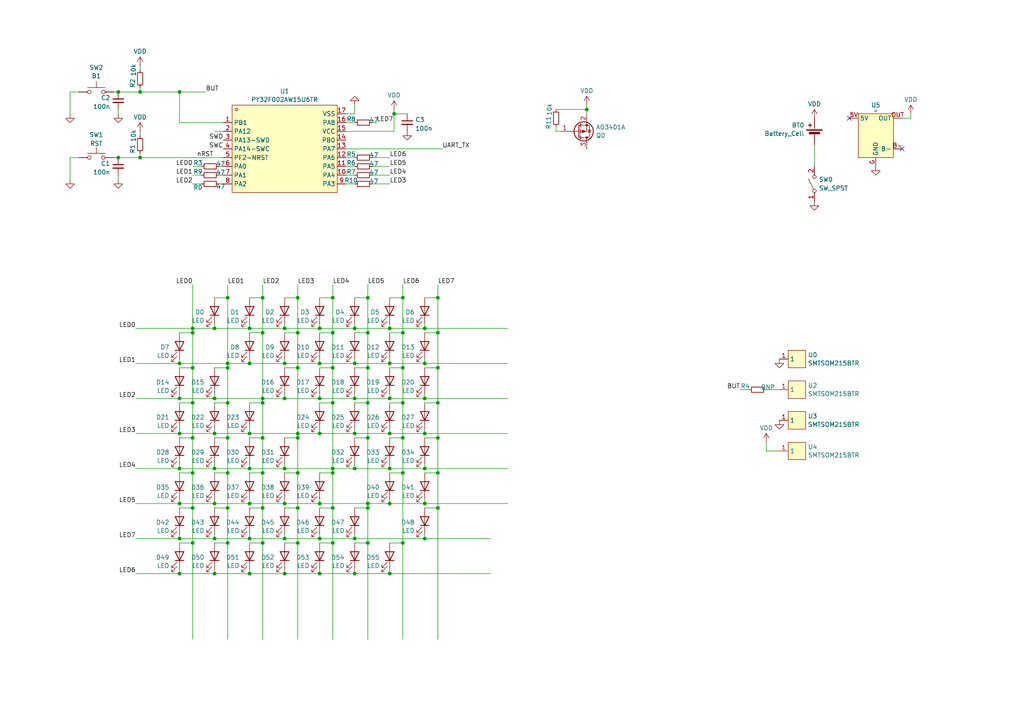
<source format=kicad_sch>
(kicad_sch (version 20231120) (generator "eeschema") (generator_version "8.0")
  (paper "A4")
  (junction (at 55.88 106.68))
  (junction (at 106.68 157.48))
  (junction (at 113.03 105.41))
  (junction (at 123.19 156.21))
  (junction (at 52.07 105.41))
  (junction (at 123.19 125.73))
  (junction (at 66.04 105.41))
  (junction (at 76.2 115.57))
  (junction (at 113.03 95.25))
  (junction (at 40.64 26.67))
  (junction (at 62.23 115.57))
  (junction (at 82.55 146.05))
  (junction (at 62.23 135.89))
  (junction (at 96.52 135.89))
  (junction (at 116.84 96.52))
  (junction (at 113.03 115.57))
  (junction (at 113.03 146.05))
  (junction (at 66.04 157.48))
  (junction (at 86.36 137.16))
  (junction (at 127 106.68))
  (junction (at 82.55 115.57))
  (junction (at 102.87 166.37))
  (junction (at 92.71 95.25))
  (junction (at 72.39 105.41))
  (junction (at 76.2 157.48))
  (junction (at 113.03 166.37))
  (junction (at 116.84 127))
  (junction (at 92.71 105.41))
  (junction (at 52.07 146.05))
  (junction (at 106.68 86.36))
  (junction (at 113.03 135.89))
  (junction (at 72.39 125.73))
  (junction (at 106.68 96.52))
  (junction (at 114.3 33.02))
  (junction (at 76.2 116.84))
  (junction (at 113.03 125.73))
  (junction (at 96.52 86.36))
  (junction (at 116.84 116.84))
  (junction (at 66.04 106.68))
  (junction (at 62.23 95.25))
  (junction (at 52.07 125.73))
  (junction (at 52.07 26.67))
  (junction (at 55.88 147.32))
  (junction (at 96.52 147.32))
  (junction (at 123.19 115.57))
  (junction (at 34.29 45.72))
  (junction (at 34.29 26.67))
  (junction (at 82.55 135.89))
  (junction (at 62.23 146.05))
  (junction (at 116.84 106.68))
  (junction (at 72.39 166.37))
  (junction (at 86.36 147.32))
  (junction (at 102.87 135.89))
  (junction (at 102.87 95.25))
  (junction (at 127 137.16))
  (junction (at 82.55 105.41))
  (junction (at 123.19 135.89))
  (junction (at 96.52 106.68))
  (junction (at 106.68 106.68))
  (junction (at 96.52 116.84))
  (junction (at 82.55 166.37))
  (junction (at 86.36 157.48))
  (junction (at 86.36 106.68))
  (junction (at 66.04 147.32))
  (junction (at 116.84 137.16))
  (junction (at 86.36 96.52))
  (junction (at 55.88 95.25))
  (junction (at 55.88 137.16))
  (junction (at 106.68 146.05))
  (junction (at 127 127))
  (junction (at 66.04 137.16))
  (junction (at 76.2 147.32))
  (junction (at 82.55 156.21))
  (junction (at 127 86.36))
  (junction (at 102.87 125.73))
  (junction (at 82.55 95.25))
  (junction (at 106.68 147.32))
  (junction (at 52.07 115.57))
  (junction (at 66.04 116.84))
  (junction (at 106.68 116.84))
  (junction (at 72.39 135.89))
  (junction (at 66.04 127))
  (junction (at 92.71 146.05))
  (junction (at 92.71 166.37))
  (junction (at 92.71 125.73))
  (junction (at 96.52 96.52))
  (junction (at 66.04 86.36))
  (junction (at 102.87 115.57))
  (junction (at 96.52 157.48))
  (junction (at 55.88 116.84))
  (junction (at 72.39 95.25))
  (junction (at 123.19 105.41))
  (junction (at 102.87 156.21))
  (junction (at 86.36 86.36))
  (junction (at 62.23 125.73))
  (junction (at 127 147.32))
  (junction (at 102.87 105.41))
  (junction (at 62.23 156.21))
  (junction (at 127 116.84))
  (junction (at 72.39 156.21))
  (junction (at 86.36 125.73))
  (junction (at 76.2 86.36))
  (junction (at 123.19 95.25))
  (junction (at 62.23 166.37))
  (junction (at 76.2 137.16))
  (junction (at 170.18 31.75))
  (junction (at 76.2 96.52))
  (junction (at 55.88 127))
  (junction (at 96.52 137.16))
  (junction (at 116.84 157.48))
  (junction (at 86.36 127))
  (junction (at 55.88 96.52))
  (junction (at 72.39 146.05))
  (junction (at 52.07 166.37))
  (junction (at 127 96.52))
  (junction (at 92.71 115.57))
  (junction (at 52.07 135.89))
  (junction (at 123.19 146.05))
  (junction (at 52.07 156.21))
  (junction (at 116.84 86.36))
  (junction (at 106.68 127))
  (junction (at 40.64 45.72))
  (junction (at 76.2 127))
  (junction (at 92.71 156.21))
  (junction (at 55.88 157.48))
  (no_connect (at 261.62 43.18))
  (no_connect (at 246.38 34.29))
  (wire (pts (xy 106.68 106.68) (xy 102.87 106.68)))
  (wire (pts (xy 107.95 53.34) (xy 113.03 53.34)))
  (wire (pts (xy 86.36 106.68) (xy 86.36 96.52)))
  (wire (pts (xy 123.19 114.3) (xy 123.19 115.57)))
  (wire (pts (xy 40.64 19.05) (xy 40.64 20.32)))
  (wire (pts (xy 62.23 115.57) (xy 52.07 115.57)))
  (wire (pts (xy 55.88 53.34) (xy 58.42 53.34)))
  (wire (pts (xy 127 147.32) (xy 127 185.42)))
  (wire (pts (xy 116.84 82.55) (xy 116.84 86.36)))
  (wire (pts (xy 72.39 95.25) (xy 62.23 95.25)))
  (wire (pts (xy 52.07 114.3) (xy 52.07 115.57)))
  (wire (pts (xy 86.36 106.68) (xy 82.55 106.68)))
  (wire (pts (xy 86.36 157.48) (xy 82.55 157.48)))
  (wire (pts (xy 72.39 134.62) (xy 72.39 135.89)))
  (wire (pts (xy 82.55 93.98) (xy 82.55 95.25)))
  (wire (pts (xy 113.03 144.78) (xy 113.03 146.05)))
  (wire (pts (xy 55.88 82.55) (xy 55.88 95.25)))
  (wire (pts (xy 96.52 157.48) (xy 96.52 185.42)))
  (wire (pts (xy 127 82.55) (xy 127 86.36)))
  (wire (pts (xy 92.71 115.57) (xy 82.55 115.57)))
  (wire (pts (xy 92.71 93.98) (xy 92.71 95.25)))
  (wire (pts (xy 106.68 157.48) (xy 102.87 157.48)))
  (wire (pts (xy 222.25 128.27) (xy 222.25 130.81)))
  (wire (pts (xy 86.36 106.68) (xy 86.36 125.73)))
  (wire (pts (xy 264.16 34.29) (xy 261.62 34.29)))
  (wire (pts (xy 66.04 137.16) (xy 66.04 147.32)))
  (wire (pts (xy 149.86 -15.24) (xy 148.59 -15.24)))
  (wire (pts (xy 106.68 86.36) (xy 106.68 96.52)))
  (wire (pts (xy 127 127) (xy 127 137.16)))
  (wire (pts (xy 52.07 104.14) (xy 52.07 105.41)))
  (wire (pts (xy 33.02 26.67) (xy 34.29 26.67)))
  (wire (pts (xy 62.23 124.46) (xy 62.23 125.73)))
  (wire (pts (xy 66.04 86.36) (xy 62.23 86.36)))
  (wire (pts (xy 52.07 26.67) (xy 59.69 26.67)))
  (wire (pts (xy 63.5 53.34) (xy 64.77 53.34)))
  (wire (pts (xy 82.55 165.1) (xy 82.55 166.37)))
  (wire (pts (xy 72.39 154.94) (xy 72.39 156.21)))
  (wire (pts (xy 92.71 124.46) (xy 92.71 125.73)))
  (wire (pts (xy 55.88 157.48) (xy 55.88 185.42)))
  (wire (pts (xy 102.87 105.41) (xy 92.71 105.41)))
  (wire (pts (xy 116.84 157.48) (xy 116.84 185.42)))
  (wire (pts (xy 264.16 33.02) (xy 264.16 34.29)))
  (wire (pts (xy 66.04 116.84) (xy 62.23 116.84)))
  (wire (pts (xy 127 137.16) (xy 123.19 137.16)))
  (wire (pts (xy 113.03 125.73) (xy 123.19 125.73)))
  (wire (pts (xy 102.87 115.57) (xy 92.71 115.57)))
  (wire (pts (xy 96.52 116.84) (xy 96.52 135.89)))
  (wire (pts (xy 96.52 157.48) (xy 92.71 157.48)))
  (wire (pts (xy 76.2 147.32) (xy 76.2 157.48)))
  (wire (pts (xy 96.52 135.89) (xy 82.55 135.89)))
  (wire (pts (xy 86.36 137.16) (xy 86.36 127)))
  (wire (pts (xy 55.88 127) (xy 52.07 127)))
  (wire (pts (xy 116.84 137.16) (xy 113.03 137.16)))
  (wire (pts (xy 82.55 154.94) (xy 82.55 156.21)))
  (wire (pts (xy 109.22 35.56) (xy 107.95 35.56)))
  (wire (pts (xy 100.33 53.34) (xy 102.87 53.34)))
  (wire (pts (xy 92.71 125.73) (xy 86.36 125.73)))
  (wire (pts (xy 52.07 134.62) (xy 52.07 135.89)))
  (wire (pts (xy 20.32 26.67) (xy 22.86 26.67)))
  (wire (pts (xy 116.84 137.16) (xy 116.84 157.48)))
  (wire (pts (xy 82.55 114.3) (xy 82.55 115.57)))
  (wire (pts (xy 86.36 137.16) (xy 82.55 137.16)))
  (wire (pts (xy 127 147.32) (xy 123.19 147.32)))
  (wire (pts (xy 96.52 147.32) (xy 92.71 147.32)))
  (wire (pts (xy 72.39 166.37) (xy 82.55 166.37)))
  (wire (pts (xy 123.19 146.05) (xy 147.32 146.05)))
  (wire (pts (xy 127 116.84) (xy 127 127)))
  (wire (pts (xy 102.87 48.26) (xy 100.33 48.26)))
  (wire (pts (xy 102.87 166.37) (xy 113.03 166.37)))
  (wire (pts (xy 116.84 127) (xy 113.03 127)))
  (wire (pts (xy 52.07 166.37) (xy 62.23 166.37)))
  (wire (pts (xy 52.07 125.73) (xy 39.37 125.73)))
  (wire (pts (xy 116.84 106.68) (xy 116.84 116.84)))
  (wire (pts (xy 113.03 105.41) (xy 123.19 105.41)))
  (wire (pts (xy 92.71 146.05) (xy 82.55 146.05)))
  (wire (pts (xy 62.23 134.62) (xy 62.23 135.89)))
  (wire (pts (xy 34.29 33.02) (xy 34.29 31.75)))
  (wire (pts (xy 123.19 93.98) (xy 123.19 95.25)))
  (wire (pts (xy 106.68 146.05) (xy 92.71 146.05)))
  (wire (pts (xy 102.87 95.25) (xy 92.71 95.25)))
  (wire (pts (xy 63.5 48.26) (xy 64.77 48.26)))
  (wire (pts (xy 96.52 86.36) (xy 96.52 82.55)))
  (wire (pts (xy 96.52 96.52) (xy 96.52 86.36)))
  (wire (pts (xy 55.88 116.84) (xy 52.07 116.84)))
  (wire (pts (xy 55.88 95.25) (xy 39.37 95.25)))
  (wire (pts (xy 113.03 124.46) (xy 113.03 125.73)))
  (wire (pts (xy 86.36 125.73) (xy 72.39 125.73)))
  (wire (pts (xy 127 86.36) (xy 127 96.52)))
  (wire (pts (xy 55.88 96.52) (xy 52.07 96.52)))
  (wire (pts (xy 92.71 154.94) (xy 92.71 156.21)))
  (wire (pts (xy 106.68 157.48) (xy 106.68 185.42)))
  (wire (pts (xy 102.87 104.14) (xy 102.87 105.41)))
  (wire (pts (xy 92.71 95.25) (xy 82.55 95.25)))
  (wire (pts (xy 72.39 93.98) (xy 72.39 95.25)))
  (wire (pts (xy 82.55 135.89) (xy 72.39 135.89)))
  (wire (pts (xy 82.55 105.41) (xy 72.39 105.41)))
  (wire (pts (xy 52.07 135.89) (xy 39.37 135.89)))
  (wire (pts (xy 55.88 96.52) (xy 55.88 95.25)))
  (wire (pts (xy 86.36 96.52) (xy 86.36 86.36)))
  (wire (pts (xy 113.03 135.89) (xy 123.19 135.89)))
  (wire (pts (xy 86.36 157.48) (xy 86.36 185.42)))
  (wire (pts (xy 55.88 127) (xy 55.88 116.84)))
  (wire (pts (xy 66.04 86.36) (xy 66.04 105.41)))
  (wire (pts (xy 52.07 35.56) (xy 64.77 35.56)))
  (wire (pts (xy 86.36 127) (xy 82.55 127)))
  (wire (pts (xy 102.87 95.25) (xy 113.03 95.25)))
  (wire (pts (xy 92.71 165.1) (xy 92.71 166.37)))
  (wire (pts (xy 106.68 86.36) (xy 106.68 82.55)))
  (wire (pts (xy 52.07 144.78) (xy 52.07 146.05)))
  (wire (pts (xy 123.19 154.94) (xy 123.19 156.21)))
  (wire (pts (xy 92.71 144.78) (xy 92.71 146.05)))
  (wire (pts (xy 92.71 114.3) (xy 92.71 115.57)))
  (wire (pts (xy 123.19 144.78) (xy 123.19 146.05)))
  (wire (pts (xy 123.19 115.57) (xy 147.32 115.57)))
  (wire (pts (xy 82.55 146.05) (xy 72.39 146.05)))
  (wire (pts (xy 86.36 137.16) (xy 86.36 147.32)))
  (wire (pts (xy 102.87 124.46) (xy 102.87 125.73)))
  (wire (pts (xy 52.07 105.41) (xy 39.37 105.41)))
  (wire (pts (xy 72.39 125.73) (xy 62.23 125.73)))
  (wire (pts (xy 116.84 116.84) (xy 113.03 116.84)))
  (wire (pts (xy 127 106.68) (xy 123.19 106.68)))
  (wire (pts (xy 170.18 31.75) (xy 170.18 33.02)))
  (wire (pts (xy 96.52 96.52) (xy 92.71 96.52)))
  (wire (pts (xy 113.03 104.14) (xy 113.03 105.41)))
  (wire (pts (xy 52.07 115.57) (xy 39.37 115.57)))
  (wire (pts (xy 66.04 106.68) (xy 62.23 106.68)))
  (wire (pts (xy 76.2 96.52) (xy 72.39 96.52)))
  (wire (pts (xy 20.32 45.72) (xy 22.86 45.72)))
  (wire (pts (xy 222.25 130.81) (xy 226.06 130.81)))
  (wire (pts (xy 40.64 44.45) (xy 40.64 45.72)))
  (wire (pts (xy 33.02 45.72) (xy 34.29 45.72)))
  (wire (pts (xy 72.39 104.14) (xy 72.39 105.41)))
  (wire (pts (xy 72.39 124.46) (xy 72.39 125.73)))
  (wire (pts (xy 96.52 137.16) (xy 92.71 137.16)))
  (wire (pts (xy 66.04 147.32) (xy 66.04 157.48)))
  (wire (pts (xy 127 96.52) (xy 123.19 96.52)))
  (wire (pts (xy 123.19 95.25) (xy 147.32 95.25)))
  (wire (pts (xy 102.87 135.89) (xy 113.03 135.89)))
  (wire (pts (xy 113.03 114.3) (xy 113.03 115.57)))
  (wire (pts (xy 123.19 134.62) (xy 123.19 135.89)))
  (wire (pts (xy 63.5 50.8) (xy 64.77 50.8)))
  (wire (pts (xy 52.07 165.1) (xy 52.07 166.37)))
  (wire (pts (xy 106.68 106.68) (xy 106.68 116.84)))
  (wire (pts (xy 76.2 137.16) (xy 72.39 137.16)))
  (wire (pts (xy 72.39 135.89) (xy 62.23 135.89)))
  (wire (pts (xy 76.2 96.52) (xy 76.2 86.36)))
  (wire (pts (xy 55.88 116.84) (xy 55.88 106.68)))
  (wire (pts (xy 52.07 154.94) (xy 52.07 156.21)))
  (wire (pts (xy 86.36 86.36) (xy 82.55 86.36)))
  (wire (pts (xy 55.88 137.16) (xy 52.07 137.16)))
  (wire (pts (xy 148.59 -10.16) (xy 149.86 -10.16)))
  (wire (pts (xy 82.55 144.78) (xy 82.55 146.05)))
  (wire (pts (xy 114.3 33.02) (xy 118.11 33.02)))
  (wire (pts (xy 55.88 147.32) (xy 52.07 147.32)))
  (wire (pts (xy 39.37 156.21) (xy 52.07 156.21)))
  (wire (pts (xy 86.36 147.32) (xy 82.55 147.32)))
  (wire (pts (xy 96.52 147.32) (xy 96.52 157.48)))
  (wire (pts (xy 52.07 146.05) (xy 39.37 146.05)))
  (wire (pts (xy 40.64 38.1) (xy 40.64 39.37)))
  (wire (pts (xy 76.2 127) (xy 72.39 127)))
  (wire (pts (xy 40.64 25.4) (xy 40.64 26.67)))
  (wire (pts (xy 82.55 115.57) (xy 76.2 115.57)))
  (wire (pts (xy 66.04 127) (xy 62.23 127)))
  (wire (pts (xy 100.33 43.18) (xy 128.27 43.18)))
  (wire (pts (xy 82.55 156.21) (xy 92.71 156.21)))
  (wire (pts (xy 82.55 95.25) (xy 72.39 95.25)))
  (wire (pts (xy 66.04 157.48) (xy 66.04 185.42)))
  (wire (pts (xy 127 86.36) (xy 123.19 86.36)))
  (wire (pts (xy 102.87 125.73) (xy 113.03 125.73)))
  (wire (pts (xy 102.87 30.48) (xy 102.87 33.02)))
  (wire (pts (xy 40.64 26.67) (xy 52.07 26.67)))
  (wire (pts (xy 113.03 95.25) (xy 123.19 95.25)))
  (wire (pts (xy 149.86 -10.16) (xy 149.86 -8.89)))
  (wire (pts (xy 55.88 48.26) (xy 58.42 48.26)))
  (wire (pts (xy 106.68 146.05) (xy 113.03 146.05)))
  (wire (pts (xy 82.55 104.14) (xy 82.55 105.41)))
  (wire (pts (xy 116.84 116.84) (xy 116.84 127)))
  (wire (pts (xy 127 137.16) (xy 127 147.32)))
  (wire (pts (xy 113.03 146.05) (xy 123.19 146.05)))
  (wire (pts (xy 76.2 137.16) (xy 76.2 127)))
  (wire (pts (xy 76.2 127) (xy 76.2 116.84)))
  (wire (pts (xy 62.23 95.25) (xy 55.88 95.25)))
  (wire (pts (xy 55.88 137.16) (xy 55.88 147.32)))
  (wire (pts (xy 62.23 154.94) (xy 62.23 156.21)))
  (wire (pts (xy 106.68 147.32) (xy 102.87 147.32)))
  (wire (pts (xy 113.03 93.98) (xy 113.03 95.25)))
  (wire (pts (xy 113.03 134.62) (xy 113.03 135.89)))
  (wire (pts (xy 62.23 93.98) (xy 62.23 95.25)))
  (wire (pts (xy 123.19 104.14) (xy 123.19 105.41)))
  (wire (pts (xy 20.32 33.02) (xy 20.32 26.67)))
  (wire (pts (xy 102.87 114.3) (xy 102.87 115.57)))
  (wire (pts (xy 66.04 127) (xy 66.04 137.16)))
  (wire (pts (xy 96.52 106.68) (xy 96.52 96.52)))
  (wire (pts (xy 106.68 96.52) (xy 106.68 106.68)))
  (wire (pts (xy 76.2 86.36) (xy 76.2 82.55)))
  (wire (pts (xy 66.04 106.68) (xy 66.04 105.41)))
  (wire (pts (xy 106.68 127) (xy 102.87 127)))
  (wire (pts (xy 62.23 125.73) (xy 52.07 125.73)))
  (wire (pts (xy 127 127) (xy 123.19 127)))
  (wire (pts (xy 76.2 96.52) (xy 76.2 115.57)))
  (wire (pts (xy 76.2 157.48) (xy 76.2 185.42)))
  (wire (pts (xy 149.86 -20.32) (xy 148.59 -20.32)))
  (wire (pts (xy 170.18 30.48) (xy 170.18 31.75)))
  (wire (pts (xy 55.88 106.68) (xy 52.07 106.68)))
  (wire (pts (xy 102.87 93.98) (xy 102.87 95.25)))
  (wire (pts (xy 39.37 166.37) (xy 52.07 166.37)))
  (wire (pts (xy 76.2 116.84) (xy 72.39 116.84)))
  (wire (pts (xy 106.68 116.84) (xy 106.68 127)))
  (wire (pts (xy 102.87 45.72) (xy 100.33 45.72)))
  (wire (pts (xy 161.29 31.75) (xy 170.18 31.75)))
  (wire (pts (xy 162.56 38.1) (xy 161.29 38.1)))
  (wire (pts (xy 66.04 157.48) (xy 62.23 157.48)))
  (wire (pts (xy 161.29 38.1) (xy 161.29 36.83)))
  (wire (pts (xy 123.19 124.46) (xy 123.19 125.73)))
  (wire (pts (xy 82.55 134.62) (xy 82.55 135.89)))
  (wire (pts (xy 72.39 146.05) (xy 62.23 146.05)))
  (wire (pts (xy 62.23 135.89) (xy 52.07 135.89)))
  (wire (pts (xy 20.32 52.07) (xy 20.32 45.72)))
  (wire (pts (xy 123.19 125.73) (xy 147.32 125.73)))
  (wire (pts (xy 102.87 135.89) (xy 96.52 135.89)))
  (wire (pts (xy 113.03 50.8) (xy 107.95 50.8)))
  (wire (pts (xy 96.52 116.84) (xy 96.52 106.68)))
  (wire (pts (xy 102.87 125.73) (xy 92.71 125.73)))
  (wire (pts (xy 102.87 33.02) (xy 100.33 33.02)))
  (wire (pts (xy 72.39 144.78) (xy 72.39 146.05)))
  (wire (pts (xy 86.36 86.36) (xy 86.36 82.55)))
  (wire (pts (xy 102.87 35.56) (xy 100.33 35.56)))
  (wire (pts (xy 55.88 106.68) (xy 55.88 96.52)))
  (wire (pts (xy 92.71 105.41) (xy 82.55 105.41)))
  (wire (pts (xy 34.29 52.07) (xy 34.29 50.8)))
  (wire (pts (xy 149.86 -17.78) (xy 148.59 -17.78)))
  (wire (pts (xy 102.87 165.1) (xy 102.87 166.37)))
  (wire (pts (xy 114.3 38.1) (xy 114.3 33.02)))
  (wire (pts (xy 100.33 38.1) (xy 114.3 38.1)))
  (wire (pts (xy 92.71 104.14) (xy 92.71 105.41)))
  (wire (pts (xy 106.68 86.36) (xy 102.87 86.36)))
  (wire (pts (xy 127 116.84) (xy 123.19 116.84)))
  (wire (pts (xy 116.84 106.68) (xy 113.03 106.68)))
  (wire (pts (xy 96.52 106.68) (xy 92.71 106.68)))
  (wire (pts (xy 123.19 105.41) (xy 147.32 105.41)))
  (wire (pts (xy 76.2 116.84) (xy 76.2 115.57)))
  (wire (pts (xy 62.23 165.1) (xy 62.23 166.37)))
  (wire (pts (xy 96.52 137.16) (xy 96.52 147.32)))
  (wire (pts (xy 40.64 45.72) (xy 64.77 45.72)))
  (wire (pts (xy 113.03 45.72) (xy 107.95 45.72)))
  (wire (pts (xy 113.03 115.57) (xy 123.19 115.57)))
  (wire (pts (xy 116.84 157.48) (xy 113.03 157.48)))
  (wire (pts (xy 66.04 147.32) (xy 62.23 147.32)))
  (wire (pts (xy 123.19 135.89) (xy 147.32 135.89)))
  (wire (pts (xy 127 106.68) (xy 127 116.84)))
  (wire (pts (xy 34.29 45.72) (xy 40.64 45.72)))
  (wire (pts (xy 72.39 156.21) (xy 82.55 156.21)))
  (wire (pts (xy 116.84 96.52) (xy 113.03 96.52)))
  (wire (pts (xy 102.87 50.8) (xy 100.33 50.8)))
  (wire (pts (xy 62.23 146.05) (xy 52.07 146.05)))
  (wire (pts (xy 92.71 166.37) (xy 102.87 166.37)))
  (wire (pts (xy 76.2 157.48) (xy 72.39 157.48)))
  (wire (pts (xy 66.04 127) (xy 66.04 116.84)))
  (wire (pts (xy 149.86 -21.59) (xy 149.86 -20.32)))
  (wire (pts (xy 62.23 166.37) (xy 72.39 166.37)))
  (wire (pts (xy 34.29 26.67) (xy 40.64 26.67)))
  (wire (pts (xy 102.87 156.21) (xy 123.19 156.21)))
  (wire (pts (xy 236.22 41.91) (xy 236.22 48.26)))
  (wire (pts (xy 72.39 165.1) (xy 72.39 166.37)))
  (wire (pts (xy 55.88 157.48) (xy 52.07 157.48)))
  (wire (pts (xy 92.71 156.21) (xy 102.87 156.21)))
  (wire (pts (xy 82.55 166.37) (xy 92.71 166.37)))
  (wire (pts (xy 123.19 156.21) (xy 142.24 156.21)))
  (wire (pts (xy 217.17 113.03) (xy 214.63 113.03)))
  (wire (pts (xy 102.87 115.57) (xy 113.03 115.57)))
  (wire (pts (xy 66.04 116.84) (xy 66.04 106.68)))
  (wire (pts (xy 62.23 144.78) (xy 62.23 146.05)))
  (wire (pts (xy 113.03 165.1) (xy 113.03 166.37)))
  (wire (pts (xy 96.52 116.84) (xy 92.71 116.84)))
  (wire (pts (xy 106.68 127) (xy 106.68 146.05)))
  (wire (pts (xy 55.88 127) (xy 55.88 137.16)))
  (wire (pts (xy 86.36 96.52) (xy 82.55 96.52)))
  (wire (pts (xy 116.84 127) (xy 116.84 137.16)))
  (wire (pts (xy 116.84 96.52) (xy 116.84 106.68)))
  (wire (pts (xy 52.07 156.21) (xy 62.23 156.21)))
  (wire (pts (xy 106.68 116.84) (xy 102.87 116.84)))
  (wire (pts (xy 55.88 50.8) (xy 58.42 50.8)))
  (wire (pts (xy 66.04 105.41) (xy 52.07 105.41)))
  (wire (pts (xy 113.03 166.37) (xy 142.24 166.37)))
  (wire (pts (xy 102.87 134.62) (xy 102.87 135.89)))
  (wire (pts (xy 113.03 48.26) (xy 107.95 48.26)))
  (wire (pts (xy 76.2 147.32) (xy 72.39 147.32)))
  (wire (pts (xy 106.68 146.05) (xy 106.68 147.32)))
  (wire (pts (xy 62.23 114.3) (xy 62.23 115.57)))
  (wire (pts (xy 76.2 137.16) (xy 76.2 147.32)))
  (wire (pts (xy 52.07 124.46) (xy 52.07 125.73)))
  (wire (pts (xy 86.36 147.32) (xy 86.36 157.48)))
  (wire (pts (xy 66.04 86.36) (xy 66.04 82.55)))
  (wire (pts (xy 52.07 35.56) (xy 52.07 26.67)))
  (wire (pts (xy 226.06 113.03) (xy 222.25 113.03)))
  (wire (pts (xy 96.52 86.36) (xy 92.71 86.36)))
  (wire (pts (xy 149.86 -12.7) (xy 148.59 -12.7)))
  (wire (pts (xy 102.87 154.94) (xy 102.87 156.21)))
  (wire (pts (xy 72.39 105.41) (xy 66.04 105.41)))
  (wire (pts (xy 62.23 156.21) (xy 72.39 156.21)))
  (wire (pts (xy 62.23 38.1) (xy 64.77 38.1)))
  (wire (pts (xy 55.88 147.32) (xy 55.88 157.48)))
  (wire (pts (xy 116.84 86.36) (xy 113.03 86.36)))
  (wire (pts (xy 66.04 137.16) (xy 62.23 137.16)))
  (wire (pts (xy 76.2 86.36) (xy 72.39 86.36)))
  (wire (pts (xy 86.36 127) (xy 86.36 125.73)))
  (wire (pts (xy 76.2 115.57) (xy 62.23 115.57)))
  (wire (pts (xy 127 96.52) (xy 127 106.68)))
  (wire (pts (xy 102.87 105.41) (xy 113.03 105.41)))
  (wire (pts (xy 106.68 96.52) (xy 102.87 96.52)))
  (wire (pts (xy 106.68 147.32) (xy 106.68 157.48)))
  (wire (pts (xy 96.52 137.16) (xy 96.52 135.89)))
  (wire (pts (xy 114.3 33.02) (xy 114.3 31.75)))
  (wire (pts (xy 116.84 86.36) (xy 116.84 96.52)))
  (label "UART_TX" (at 128.27 43.18 0))
  (label "LED0" (at 39.37 95.25 180))
  (label "LED4" (at 113.03 50.8 0))
  (label "LED6" (at 116.84 82.55 0))
  (label "LED4" (at 96.52 82.55 0))
  (label "SWD" (at 64.77 40.64 180))
  (label "LED6" (at 39.37 166.37 180))
  (label "nRST" (at 149.86 -17.78 0))
  (label "LED0" (at 55.88 82.55 180))
  (label "LED3" (at 86.36 82.55 0))
  (label "nRST" (at 57.1058 45.72 0))
  (label "LED2" (at 39.37 115.57 180))
  (label "LED1" (at 66.04 82.55 0))
  (label "LED6" (at 113.03 45.72 0))
  (label "LED2" (at 55.88 53.34 180))
  (label "BUT" (at 214.63 113.03 180))
  (label "LED1" (at 55.88 50.8 180))
  (label "LED1" (at 39.37 105.41 180))
  (label "SWC" (at 149.86 -12.7 0))
  (label "LED5" (at 106.68 82.55 0))
  (label "SWC" (at 64.77 43.18 180))
  (label "SWD" (at 149.86 -15.24 0))
  (label "LED7" (at 127 82.55 0))
  (label "LED5" (at 113.03 48.26 0))
  (label "LED0" (at 55.88 48.26 180))
  (label "LED7" (at 39.37 156.21 180))
  (label "LED2" (at 76.2 82.55 0))
  (label "LED3" (at 113.03 53.34 0))
  (label "LED3" (at 39.37 125.73 180))
  (label "LED7" (at 109.22 35.56 0))
  (label "BUT" (at 59.69 26.67 0))
  (label "LED4" (at 39.37 135.89 180))
  (label "LED5" (at 39.37 146.05 180))
  (symbol (lib_id "Device:LED") (at 82.55 110.49 270) (mirror x) (unit 1)
    (property "Reference" "D16" (at 79.629 110.8653 90) (effects (justify right)))
    (property "Value" "LED" (at 79.629 113.2896 90) (effects (justify right)))
    (property "Footprint" "LED_SMD:LED_0805_2012Metric" (effects (hide yes)))
    (property "Description" "Light emitting diode" (effects (hide yes)))
    (property "LCSC" "C84256" (effects (hide yes)))
  )
  (symbol (lib_id "Transistor_FET:AO3401A") (at 167.64 38.1 0) (mirror x) (unit 1)
    (property "Reference" "Q0" (at 172.847 39.3122 0) (effects (justify left)))
    (property "Value" "AO3401A" (at 172.847 36.8879 0) (effects (justify left)))
    (property "Footprint" "Package_TO_SOT_SMD:SOT-23" (effects (hide yes)))
    (property "Datasheet" "http://www.aosmd.com/pdfs/datasheet/AO3401A.pdf" (effects (hide yes)))
    (property "Description" "-4.0A Id, -30V Vds, P-Channel MOSFET, SOT-23" (effects (hide yes)))
    (property "LCSC" "C15127" (effects (hide yes)))
  )
  (symbol (lib_id "Device:R_Small") (at 105.41 53.34 90) (unit 1)
    (property "Reference" "R10" (at 101.854 52.324 90))
    (property "Value" "47" (at 108.458 52.578 90))
    (property "Footprint" "Resistor_SMD:R_0603_1608Metric" (effects (hide yes)))
    (property "LCSC" "C23182" (effects (hide yes)))
  )
  (symbol (lib_id "Device:LED") (at 123.19 151.13 270) (mirror x) (unit 1)
    (property "Reference" "D48" (at 120.269 151.5053 90) (effects (justify right)))
    (property "Value" "LED" (at 120.269 153.9296 90) (effects (justify right)))
    (property "Footprint" "LED_SMD:LED_0805_2012Metric" (effects (hide yes)))
    (property "Description" "Light emitting diode" (effects (hide yes)))
    (property "LCSC" "C84256" (effects (hide yes)))
  )
  (symbol (lib_id "Device:LED") (at 82.55 151.13 270) (mirror x) (unit 1)
    (property "Reference" "D45" (at 79.629 151.5053 90) (effects (justify right)))
    (property "Value" "LED" (at 79.629 153.9296 90) (effects (justify right)))
    (property "Footprint" "LED_SMD:LED_0805_2012Metric" (effects (hide yes)))
    (property "Description" "Light emitting diode" (effects (hide yes)))
    (property "LCSC" "C84256" (effects (hide yes)))
  )
  (symbol (lib_id "Device:LED") (at 113.03 90.17 270) (mirror x) (unit 1)
    (property "Reference" "D5" (at 110.109 90.5453 90) (effects (justify right)))
    (property "Value" "LED" (at 110.109 92.9696 90) (effects (justify right)))
    (property "Footprint" "LED_SMD:LED_0805_2012Metric" (effects (hide yes)))
    (property "Description" "Light emitting diode" (effects (hide yes)))
    (property "LCSC" "C84256" (effects (hide yes)))
  )
  (symbol (lib_id "Device:LED") (at 72.39 161.29 270) (mirror x) (unit 1)
    (property "Reference" "D51" (at 69.469 161.6653 90) (effects (justify right)))
    (property "Value" "LED" (at 69.469 164.0896 90) (effects (justify right)))
    (property "Footprint" "LED_SMD:LED_0805_2012Metric" (effects (hide yes)))
    (property "Description" "Light emitting diode" (effects (hide yes)))
    (property "LCSC" "C84256" (effects (hide yes)))
  )
  (symbol (lib_id "Device:LED") (at 72.39 140.97 270) (mirror x) (unit 1)
    (property "Reference" "D37" (at 69.469 141.3453 90) (effects (justify right)))
    (property "Value" "LED" (at 69.469 143.7696 90) (effects (justify right)))
    (property "Footprint" "LED_SMD:LED_0805_2012Metric" (effects (hide yes)))
    (property "Description" "Light emitting diode" (effects (hide yes)))
    (property "LCSC" "C84256" (effects (hide yes)))
  )
  (symbol (lib_id "Device:LED") (at 92.71 90.17 270) (mirror x) (unit 1)
    (property "Reference" "D3" (at 89.789 90.5453 90) (effects (justify right)))
    (property "Value" "LED" (at 89.789 92.9696 90) (effects (justify right)))
    (property "Footprint" "LED_SMD:LED_0805_2012Metric" (effects (hide yes)))
    (property "Description" "Light emitting diode" (effects (hide yes)))
    (property "LCSC" "C84256" (effects (hide yes)))
  )
  (symbol (lib_id "Device:LED") (at 52.07 100.33 270) (mirror x) (unit 1)
    (property "Reference" "D7" (at 49.149 100.7053 90) (effects (justify right)))
    (property "Value" "LED" (at 49.149 103.1296 90) (effects (justify right)))
    (property "Footprint" "LED_SMD:LED_0805_2012Metric" (effects (hide yes)))
    (property "Description" "Light emitting diode" (effects (hide yes)))
    (property "LCSC" "C84256" (effects (hide yes)))
  )
  (symbol (lib_id "Device:LED") (at 72.39 130.81 270) (mirror x) (unit 1)
    (property "Reference" "D30" (at 69.469 131.1853 90) (effects (justify right)))
    (property "Value" "LED" (at 69.469 133.6096 90) (effects (justify right)))
    (property "Footprint" "LED_SMD:LED_0805_2012Metric" (effects (hide yes)))
    (property "Description" "Light emitting diode" (effects (hide yes)))
    (property "LCSC" "C84256" (effects (hide yes)))
  )
  (symbol (lib_id "Device:LED") (at 102.87 120.65 270) (mirror x) (unit 1)
    (property "Reference" "D25" (at 99.949 121.0253 90) (effects (justify right)))
    (property "Value" "LED" (at 99.949 123.4496 90) (effects (justify right)))
    (property "Footprint" "LED_SMD:LED_0805_2012Metric" (effects (hide yes)))
    (property "Description" "Light emitting diode" (effects (hide yes)))
    (property "LCSC" "C84256" (effects (hide yes)))
  )
  (symbol (lib_id "power:VDD") (at 40.64 38.1 0) (unit 1)
    (property "Reference" "#PWR08" (effects (hide yes)))
    (property "Value" "VDD" (at 40.64 33.9669 0))
    (property "Description" "Power symbol creates a global label with name \"VDD\"" (effects (hide yes)))
  )
  (symbol (lib_id "Device:LED") (at 123.19 90.17 270) (mirror x) (unit 1)
    (property "Reference" "D6" (at 120.269 90.5453 90) (effects (justify right)))
    (property "Value" "LED" (at 120.269 92.9696 90) (effects (justify right)))
    (property "Footprint" "LED_SMD:LED_0805_2012Metric" (effects (hide yes)))
    (property "Description" "Light emitting diode" (effects (hide yes)))
    (property "LCSC" "C84256" (effects (hide yes)))
  )
  (symbol (lib_id "power:GND") (at 20.32 33.02 0) (unit 1)
    (property "Reference" "#PWR010" (effects (hide yes)))
    (property "Value" "GND" (effects (hide yes)))
  )
  (symbol (lib_id "Switch:SW_SPST") (at 236.22 53.34 90) (unit 1)
    (property "Reference" "SW0" (at 237.49 52.0699 90) (effects (justify right)))
    (property "Value" "SW_SPST" (at 237.49 54.6099 90) (effects (justify right)))
    (property "Footprint" "Critbit_lib:flashlightButton" (effects (hide yes)))
    (property "Description" "Single Pole Single Throw (SPST) switch" (effects (hide yes)))
    (property "LCSC" "DNP" (effects (hide yes)))
  )
  (symbol (lib_id "Device:LED") (at 62.23 140.97 270) (mirror x) (unit 1)
    (property "Reference" "D36" (at 59.309 141.3453 90) (effects (justify right)))
    (property "Value" "LED" (at 59.309 143.7696 90) (effects (justify right)))
    (property "Footprint" "LED_SMD:LED_0805_2012Metric" (effects (hide yes)))
    (property "Description" "Light emitting diode" (effects (hide yes)))
    (property "LCSC" "C84256" (effects (hide yes)))
  )
  (symbol (lib_id "Device:LED") (at 82.55 100.33 270) (mirror x) (unit 1)
    (property "Reference" "D9" (at 79.629 100.7053 90) (effects (justify right)))
    (property "Value" "LED" (at 79.629 103.1296 90) (effects (justify right)))
    (property "Footprint" "LED_SMD:LED_0805_2012Metric" (effects (hide yes)))
    (property "Description" "Light emitting diode" (effects (hide yes)))
    (property "LCSC" "C84256" (effects (hide yes)))
  )
  (symbol (lib_id "power:GND") (at 102.87 30.48 0) (mirror x) (unit 1)
    (property "Reference" "#PWR01" (effects (hide yes)))
    (property "Value" "GND" (effects (hide yes)))
  )
  (symbol (lib_id "Device:LED") (at 102.87 100.33 270) (mirror x) (unit 1)
    (property "Reference" "D11" (at 99.949 100.7053 90) (effects (justify right)))
    (property "Value" "LED" (at 99.949 103.1296 90) (effects (justify right)))
    (property "Footprint" "LED_SMD:LED_0805_2012Metric" (effects (hide yes)))
    (property "Description" "Light emitting diode" (effects (hide yes)))
    (property "LCSC" "C84256" (effects (hide yes)))
  )
  (symbol (lib_id "Device:R_Small") (at 40.64 22.86 180) (unit 1)
    (property "Reference" "R2" (at 38.4769 24.13 90))
    (property "Value" "10k" (at 38.712 20.32 90))
    (property "Footprint" "Resistor_SMD:R_0402_1005Metric" (effects (hide yes)))
    (property "LCSC" "C25744" (effects (hide yes)))
  )
  (symbol (lib_id "easyeda2kicad:SMTSOM215BTR") (at 228.6 130.81 0) (unit 1)
    (property "Reference" "U4" (at 234.315 129.5978 0) (effects (justify left)))
    (property "Value" "SMTSOM215BTR" (at 234.315 132.0221 0) (effects (justify left)))
    (property "Footprint" "easyeda2kicad:SMD_BD5.6-D3.6" (effects (hide yes)))
    (property "LCSC" "C5301777" (effects (hide yes)))
  )
  (symbol (lib_id "Device:Battery_Cell") (at 236.22 39.37 0) (mirror y) (unit 1)
    (property "Reference" "BT0" (at 233.299 36.3164 0) (effects (justify left)))
    (property "Value" "Battery_Cell" (at 233.299 38.7406 0) (effects (justify left)))
    (property "Footprint" "Battery:BatteryHolder_Keystone_1060_1x2032" (effects (hide yes)))
  )
  (symbol (lib_id "Device:LED") (at 123.19 100.33 270) (mirror x) (unit 1)
    (property "Reference" "D13" (at 120.269 100.7053 90) (effects (justify right)))
    (property "Value" "LED" (at 120.269 103.1296 90) (effects (justify right)))
    (property "Footprint" "LED_SMD:LED_0805_2012Metric" (effects (hide yes)))
    (property "Description" "Light emitting diode" (effects (hide yes)))
    (property "LCSC" "C84256" (effects (hide yes)))
  )
  (symbol (lib_id "Device:LED") (at 72.39 100.33 270) (mirror x) (unit 1)
    (property "Reference" "D8" (at 69.469 100.7053 90) (effects (justify right)))
    (property "Value" "LED" (at 69.469 103.1296 90) (effects (justify right)))
    (property "Footprint" "LED_SMD:LED_0805_2012Metric" (effects (hide yes)))
    (property "Description" "Light emitting diode" (effects (hide yes)))
    (property "LCSC" "C84256" (effects (hide yes)))
  )
  (symbol (lib_id "Device:LED") (at 102.87 151.13 270) (mirror x) (unit 1)
    (property "Reference" "D47" (at 99.949 151.5053 90) (effects (justify right)))
    (property "Value" "LED" (at 99.949 153.9296 90) (effects (justify right)))
    (property "Footprint" "LED_SMD:LED_0805_2012Metric" (effects (hide yes)))
    (property "Description" "Light emitting diode" (effects (hide yes)))
    (property "LCSC" "C84256" (effects (hide yes)))
  )
  (symbol (lib_id "power:GND") (at 254 48.26 0) (unit 1)
    (property "Reference" "#PWR04" (effects (hide yes)))
    (property "Value" "GND" (effects (hide yes)))
    (property "Description" "Power symbol creates a global label with name \"GND\" , ground" (effects (hide yes)))
  )
  (symbol (lib_id "power:GND") (at 226.06 121.92 0) (unit 1)
    (property "Reference" "#PWR00" (effects (hide yes)))
    (property "Value" "GND" (effects (hide yes)))
  )
  (symbol (lib_id "Device:LED") (at 82.55 161.29 270) (mirror x) (unit 1)
    (property "Reference" "D52" (at 79.629 161.6653 90) (effects (justify right)))
    (property "Value" "LED" (at 79.629 164.0896 90) (effects (justify right)))
    (property "Footprint" "LED_SMD:LED_0805_2012Metric" (effects (hide yes)))
    (property "Description" "Light emitting diode" (effects (hide yes)))
    (property "LCSC" "C84256" (effects (hide yes)))
  )
  (symbol (lib_id "Device:LED") (at 52.07 151.13 270) (mirror x) (unit 1)
    (property "Reference" "D42" (at 49.149 151.5053 90) (effects (justify right)))
    (property "Value" "LED" (at 49.149 153.9296 90) (effects (justify right)))
    (property "Footprint" "LED_SMD:LED_0805_2012Metric" (effects (hide yes)))
    (property "Description" "Light emitting diode" (effects (hide yes)))
    (property "LCSC" "C84256" (effects (hide yes)))
  )
  (symbol (lib_id "Device:LED") (at 123.19 130.81 270) (mirror x) (unit 1)
    (property "Reference" "D34" (at 120.269 131.1853 90) (effects (justify right)))
    (property "Value" "LED" (at 120.269 133.6096 90) (effects (justify right)))
    (property "Footprint" "LED_SMD:LED_0805_2012Metric" (effects (hide yes)))
    (property "Description" "Light emitting diode" (effects (hide yes)))
    (property "LCSC" "C84256" (effects (hide yes)))
  )
  (symbol (lib_id "Device:LED") (at 52.07 110.49 270) (mirror x) (unit 1)
    (property "Reference" "D14" (at 49.149 110.8653 90) (effects (justify right)))
    (property "Value" "LED" (at 49.149 113.2896 90) (effects (justify right)))
    (property "Footprint" "LED_SMD:LED_0805_2012Metric" (effects (hide yes)))
    (property "Description" "Light emitting diode" (effects (hide yes)))
    (property "LCSC" "C84256" (effects (hide yes)))
  )
  (symbol (lib_id "Device:LED") (at 123.19 140.97 270) (mirror x) (unit 1)
    (property "Reference" "D41" (at 120.269 141.3453 90) (effects (justify right)))
    (property "Value" "LED" (at 120.269 143.7696 90) (effects (justify right)))
    (property "Footprint" "LED_SMD:LED_0805_2012Metric" (effects (hide yes)))
    (property "Description" "Light emitting diode" (effects (hide yes)))
    (property "LCSC" "C84256" (effects (hide yes)))
  )
  (symbol (lib_id "easyeda2kicad:PY32F002AW15U6TR") (at 82.55 43.18 0) (unit 1)
    (property "Reference" "U1" (at 82.55 26.4625 0))
    (property "Value" "PY32F002AW15U6TR" (at 82.55 28.8868 0))
    (property "Footprint" "easyeda2kicad:TQFN-16_L3.0-W3.0-P0.50-BL-EP1.7" (effects (hide yes)))
    (property "LCSC" "C5291740" (effects (hide yes)))
  )
  (symbol (lib_id "Device:LED") (at 123.19 110.49 270) (mirror x) (unit 1)
    (property "Reference" "D20" (at 120.269 110.8653 90) (effects (justify right)))
    (property "Value" "LED" (at 120.269 113.2896 90) (effects (justify right)))
    (property "Footprint" "LED_SMD:LED_0805_2012Metric" (effects (hide yes)))
    (property "Description" "Light emitting diode" (effects (hide yes)))
    (property "LCSC" "C84256" (effects (hide yes)))
  )
  (symbol (lib_id "Device:LED") (at 62.23 130.81 270) (mirror x) (unit 1)
    (property "Reference" "D29" (at 59.309 131.1853 90) (effects (justify right)))
    (property "Value" "LED" (at 59.309 133.6096 90) (effects (justify right)))
    (property "Footprint" "LED_SMD:LED_0805_2012Metric" (effects (hide yes)))
    (property "Description" "Light emitting diode" (effects (hide yes)))
    (property "LCSC" "C84256" (effects (hide yes)))
  )
  (symbol (lib_id "power:GND") (at 226.06 104.14 0) (unit 1)
    (property "Reference" "#PWR017" (effects (hide yes)))
    (property "Value" "GND" (effects (hide yes)))
  )
  (symbol (lib_id "Device:R_Small") (at 161.29 34.29 180) (unit 1)
    (property "Reference" "R11" (at 159.1269 35.56 90))
    (property "Value" "10k" (at 159.362 31.75 90))
    (property "Footprint" "Resistor_SMD:R_0402_1005Metric" (effects (hide yes)))
    (property "LCSC" "C25744" (effects (hide yes)))
  )
  (symbol (lib_id "Device:C_Small") (at 118.11 35.56 0) (unit 1)
    (property "Reference" "C3" (at 120.4341 34.7316 0) (effects (justify left)))
    (property "Value" "100n" (at 120.4341 37.2685 0) (effects (justify left)))
    (property "Footprint" "Capacitor_SMD:C_0402_1005Metric" (effects (hide yes)))
    (property "LCSC" "C1525" (effects (hide yes)))
  )
  (symbol (lib_id "power:VDD") (at 149.86 -21.59 0) (mirror y) (unit 1)
    (property "Reference" "#PWR012" (effects (hide yes)))
    (property "Value" "VDD" (at 149.86 -25.7231 0))
    (property "Description" "Power symbol creates a global label with name \"VDD\"" (effects (hide yes)))
  )
  (symbol (lib_id "Device:LED") (at 113.03 120.65 270) (mirror x) (unit 1)
    (property "Reference" "D26" (at 110.109 121.0253 90) (effects (justify right)))
    (property "Value" "LED" (at 110.109 123.4496 90) (effects (justify right)))
    (property "Footprint" "LED_SMD:LED_0805_2012Metric" (effects (hide yes)))
    (property "Description" "Light emitting diode" (effects (hide yes)))
    (property "LCSC" "C84256" (effects (hide yes)))
  )
  (symbol (lib_id "Device:LED") (at 62.23 110.49 270) (mirror x) (unit 1)
    (property "Reference" "D15" (at 59.309 110.8653 90) (effects (justify right)))
    (property "Value" "LED" (at 59.309 113.2896 90) (effects (justify right)))
    (property "Footprint" "LED_SMD:LED_0805_2012Metric" (effects (hide yes)))
    (property "Description" "Light emitting diode" (effects (hide yes)))
    (property "LCSC" "C84256" (effects (hide yes)))
  )
  (symbol (lib_id "power:VDD") (at 222.25 128.27 0) (mirror y) (unit 1)
    (property "Reference" "#PWR016" (effects (hide yes)))
    (property "Value" "VDD" (at 222.25 124.1369 0))
    (property "Description" "Power symbol creates a global label with name \"VDD\"" (effects (hide yes)))
  )
  (symbol (lib_id "Device:LED") (at 113.03 110.49 270) (mirror x) (unit 1)
    (property "Reference" "D19" (at 110.109 110.8653 90) (effects (justify right)))
    (property "Value" "LED" (at 110.109 113.2896 90) (effects (justify right)))
    (property "Footprint" "LED_SMD:LED_0805_2012Metric" (effects (hide yes)))
    (property "Description" "Light emitting diode" (effects (hide yes)))
    (property "LCSC" "C84256" (effects (hide yes)))
  )
  (symbol (lib_id "Device:R_Small") (at 60.96 50.8 90) (unit 1)
    (property "Reference" "R9" (at 57.404 49.784 90))
    (property "Value" "47" (at 64.008 50.038 90))
    (property "Footprint" "Resistor_SMD:R_0603_1608Metric" (effects (hide yes)))
    (property "LCSC" "C23182" (effects (hide yes)))
  )
  (symbol (lib_id "Device:R_Small") (at 40.64 41.91 180) (unit 1)
    (property "Reference" "R1" (at 38.4769 43.18 90))
    (property "Value" "10k" (at 38.712 39.37 90))
    (property "Footprint" "Resistor_SMD:R_0402_1005Metric" (effects (hide yes)))
    (property "LCSC" "C25744" (effects (hide yes)))
  )
  (symbol (lib_id "Device:LED") (at 52.07 120.65 270) (mirror x) (unit 1)
    (property "Reference" "D21" (at 49.149 121.0253 90) (effects (justify right)))
    (property "Value" "LED" (at 49.149 123.4496 90) (effects (justify right)))
    (property "Footprint" "LED_SMD:LED_0805_2012Metric" (effects (hide yes)))
    (property "Description" "Light emitting diode" (effects (hide yes)))
    (property "LCSC" "C84256" (effects (hide yes)))
  )
  (symbol (lib_id "Device:LED") (at 62.23 161.29 270) (mirror x) (unit 1)
    (property "Reference" "D50" (at 59.309 161.6653 90) (effects (justify right)))
    (property "Value" "LED" (at 59.309 164.0896 90) (effects (justify right)))
    (property "Footprint" "LED_SMD:LED_0805_2012Metric" (effects (hide yes)))
    (property "Description" "Light emitting diode" (effects (hide yes)))
    (property "LCSC" "C84256" (effects (hide yes)))
  )
  (symbol (lib_id "Device:LED") (at 72.39 151.13 270) (mirror x) (unit 1)
    (property "Reference" "D44" (at 69.469 151.5053 90) (effects (justify right)))
    (property "Value" "LED" (at 69.469 153.9296 90) (effects (justify right)))
    (property "Footprint" "LED_SMD:LED_0805_2012Metric" (effects (hide yes)))
    (property "Description" "Light emitting diode" (effects (hide yes)))
    (property "LCSC" "C84256" (effects (hide yes)))
  )
  (symbol (lib_id "Device:LED") (at 82.55 130.81 270) (mirror x) (unit 1)
    (property "Reference" "D31" (at 79.629 131.1853 90) (effects (justify right)))
    (property "Value" "LED" (at 79.629 133.6096 90) (effects (justify right)))
    (property "Footprint" "LED_SMD:LED_0805_2012Metric" (effects (hide yes)))
    (property "Description" "Light emitting diode" (effects (hide yes)))
    (property "LCSC" "C84256" (effects (hide yes)))
  )
  (symbol (lib_id "Critbit_lib:TP4056_MODULE") (at 254 39.37 0) (unit 1)
    (property "Reference" "U5" (at 254 30.4885 0))
    (property "Value" "~" (at 254 32.1699 0))
    (property "Footprint" "Critbit_lib:TP4056_MODULE" (effects (hide yes)))
  )
  (symbol (lib_id "power:VDD") (at 170.18 30.48 0) (unit 1)
    (property "Reference" "#PWR018" (effects (hide yes)))
    (property "Value" "VDD" (at 170.18 26.3469 0))
    (property "Description" "Power symbol creates a global label with name \"VDD\"" (effects (hide yes)))
  )
  (symbol (lib_id "power:VDD") (at 40.64 19.05 0) (unit 1)
    (property "Reference" "#PWR06" (effects (hide yes)))
    (property "Value" "VDD" (at 40.64 14.9169 0))
    (property "Description" "Power symbol creates a global label with name \"VDD\"" (effects (hide yes)))
  )
  (symbol (lib_id "Device:LED") (at 82.55 140.97 270) (mirror x) (unit 1)
    (property "Reference" "D38" (at 79.629 141.3453 90) (effects (justify right)))
    (property "Value" "LED" (at 79.629 143.7696 90) (effects (justify right)))
    (property "Footprint" "LED_SMD:LED_0805_2012Metric" (effects (hide yes)))
    (property "Description" "Light emitting diode" (effects (hide yes)))
    (property "LCSC" "C84256" (effects (hide yes)))
  )
  (symbol (lib_id "Device:R_Small") (at 105.41 35.56 90) (unit 1)
    (property "Reference" "R8" (at 101.854 34.544 90))
    (property "Value" "47" (at 108.458 34.798 90))
    (property "Footprint" "Resistor_SMD:R_0603_1608Metric" (effects (hide yes)))
    (property "LCSC" "C23182" (effects (hide yes)))
  )
  (symbol (lib_id "Device:LED") (at 123.19 120.65 270) (mirror x) (unit 1)
    (property "Reference" "D27" (at 120.269 121.0253 90) (effects (justify right)))
    (property "Value" "LED" (at 120.269 123.4496 90) (effects (justify right)))
    (property "Footprint" "LED_SMD:LED_0805_2012Metric" (effects (hide yes)))
    (property "Description" "Light emitting diode" (effects (hide yes)))
    (property "LCSC" "C84256" (effects (hide yes)))
  )
  (symbol (lib_id "power:GND") (at 149.86 -8.89 0) (unit 1)
    (property "Reference" "#PWR013" (effects (hide yes)))
    (property "Value" "GND" (effects (hide yes)))
  )
  (symbol (lib_id "Device:LED") (at 92.71 110.49 270) (mirror x) (unit 1)
    (property "Reference" "D17" (at 89.789 110.8653 90) (effects (justify right)))
    (property "Value" "LED" (at 89.789 113.2896 90) (effects (justify right)))
    (property "Footprint" "LED_SMD:LED_0805_2012Metric" (effects (hide yes)))
    (property "Description" "Light emitting diode" (effects (hide yes)))
    (property "LCSC" "C84256" (effects (hide yes)))
  )
  (symbol (lib_id "Device:R_Small") (at 60.96 48.26 90) (unit 1)
    (property "Reference" "R3" (at 57.404 47.244 90))
    (property "Value" "47" (at 64.008 47.498 90))
    (property "Footprint" "Resistor_SMD:R_0603_1608Metric" (effects (hide yes)))
    (property "LCSC" "C23182" (effects (hide yes)))
  )
  (symbol (lib_id "easyeda2kicad:SMTSOM215BTR") (at 228.6 121.92 0) (unit 1)
    (property "Reference" "U3" (at 234.315 120.7078 0) (effects (justify left)))
    (property "Value" "SMTSOM215BTR" (at 234.315 123.1321 0) (effects (justify left)))
    (property "Footprint" "easyeda2kicad:SMD_BD5.6-D3.6" (effects (hide yes)))
    (property "LCSC" "C5301777" (effects (hide yes)))
  )
  (symbol (lib_id "Device:LED") (at 102.87 110.49 270) (mirror x) (unit 1)
    (property "Reference" "D18" (at 99.949 110.8653 90) (effects (justify right)))
    (property "Value" "LED" (at 99.949 113.2896 90) (effects (justify right)))
    (property "Footprint" "LED_SMD:LED_0805_2012Metric" (effects (hide yes)))
    (property "Description" "Light emitting diode" (effects (hide yes)))
    (property "LCSC" "C84256" (effects (hide yes)))
  )
  (symbol (lib_id "Device:R_Small") (at 105.41 48.26 90) (unit 1)
    (property "Reference" "R6" (at 101.854 47.244 90))
    (property "Value" "47" (at 108.458 47.498 90))
    (property "Footprint" "Resistor_SMD:R_0603_1608Metric" (effects (hide yes)))
    (property "LCSC" "C23182" (effects (hide yes)))
  )
  (symbol (lib_id "Device:LED") (at 62.23 90.17 270) (mirror x) (unit 1)
    (property "Reference" "D0" (at 59.309 90.5453 90) (effects (justify right)))
    (property "Value" "LED" (at 59.309 92.9696 90) (effects (justify right)))
    (property "Footprint" "LED_SMD:LED_0805_2012Metric" (effects (hide yes)))
    (property "Description" "Light emitting diode" (effects (hide yes)))
    (property "LCSC" "C84256" (effects (hide yes)))
  )
  (symbol (lib_id "Device:LED") (at 92.71 100.33 270) (mirror x) (unit 1)
    (property "Reference" "D10" (at 89.789 100.7053 90) (effects (justify right)))
    (property "Value" "LED" (at 89.789 103.1296 90) (effects (justify right)))
    (property "Footprint" "LED_SMD:LED_0805_2012Metric" (effects (hide yes)))
    (property "Description" "Light emitting diode" (effects (hide yes)))
    (property "LCSC" "C84256" (effects (hide yes)))
  )
  (symbol (lib_id "Device:LED") (at 52.07 140.97 270) (mirror x) (unit 1)
    (property "Reference" "D35" (at 49.149 141.3453 90) (effects (justify right)))
    (property "Value" "LED" (at 49.149 143.7696 90) (effects (justify right)))
    (property "Footprint" "LED_SMD:LED_0805_2012Metric" (effects (hide yes)))
    (property "Description" "Light emitting diode" (effects (hide yes)))
    (property "LCSC" "C84256" (effects (hide yes)))
  )
  (symbol (lib_id "Device:LED") (at 113.03 140.97 270) (mirror x) (unit 1)
    (property "Reference" "D40" (at 110.109 141.3453 90) (effects (justify right)))
    (property "Value" "LED" (at 110.109 143.7696 90) (effects (justify right)))
    (property "Footprint" "LED_SMD:LED_0805_2012Metric" (effects (hide yes)))
    (property "Description" "Light emitting diode" (effects (hide yes)))
    (property "LCSC" "C84256" (effects (hide yes)))
  )
  (symbol (lib_id "Device:LED") (at 92.71 140.97 270) (mirror x) (unit 1)
    (property "Reference" "D39" (at 89.789 141.3453 90) (effects (justify right)))
    (property "Value" "LED" (at 89.789 143.7696 90) (effects (justify right)))
    (property "Footprint" "LED_SMD:LED_0805_2012Metric" (effects (hide yes)))
    (property "Description" "Light emitting diode" (effects (hide yes)))
    (property "LCSC" "C84256" (effects (hide yes)))
  )
  (symbol (lib_id "easyeda2kicad:SMTSOM215BTR") (at 228.6 113.03 0) (unit 1)
    (property "Reference" "U2" (at 234.315 111.8178 0) (effects (justify left)))
    (property "Value" "SMTSOM215BTR" (at 234.315 114.2421 0) (effects (justify left)))
    (property "Footprint" "easyeda2kicad:SMD_BD5.6-D3.6" (effects (hide yes)))
    (property "LCSC" "C5301777" (effects (hide yes)))
  )
  (symbol (lib_id "Device:LED") (at 62.23 120.65 270) (mirror x) (unit 1)
    (property "Reference" "D22" (at 59.309 121.0253 90) (effects (justify right)))
    (property "Value" "LED" (at 59.309 123.4496 90) (effects (justify right)))
    (property "Footprint" "LED_SMD:LED_0805_2012Metric" (effects (hide yes)))
    (property "Description" "Light emitting diode" (effects (hide yes)))
    (property "LCSC" "C84256" (effects (hide yes)))
  )
  (symbol (lib_id "Device:LED") (at 52.07 161.29 270) (mirror x) (unit 1)
    (property "Reference" "D49" (at 49.149 161.6653 90) (effects (justify right)))
    (property "Value" "LED" (at 49.149 164.0896 90) (effects (justify right)))
    (property "Footprint" "LED_SMD:LED_0805_2012Metric" (effects (hide yes)))
    (property "Description" "Light emitting diode" (effects (hide yes)))
    (property "LCSC" "C84256" (effects (hide yes)))
  )
  (symbol (lib_id "Device:LED") (at 52.07 130.81 270) (mirror x) (unit 1)
    (property "Reference" "D28" (at 49.149 131.1853 90) (effects (justify right)))
    (property "Value" "LED" (at 49.149 133.6096 90) (effects (justify right)))
    (property "Footprint" "LED_SMD:LED_0805_2012Metric" (effects (hide yes)))
    (property "Description" "Light emitting diode" (effects (hide yes)))
    (property "LCSC" "C84256" (effects (hide yes)))
  )
  (symbol (lib_id "Device:LED") (at 72.39 120.65 270) (mirror x) (unit 1)
    (property "Reference" "D23" (at 69.469 121.0253 90) (effects (justify right)))
    (property "Value" "LED" (at 69.469 123.4496 90) (effects (justify right)))
    (property "Footprint" "LED_SMD:LED_0805_2012Metric" (effects (hide yes)))
    (property "Description" "Light emitting diode" (effects (hide yes)))
    (property "LCSC" "C84256" (effects (hide yes)))
  )
  (symbol (lib_id "power:GND") (at 34.29 33.02 0) (unit 1)
    (property "Reference" "#PWR011" (effects (hide yes)))
    (property "Value" "GND" (effects (hide yes)))
  )
  (symbol (lib_id "Device:LED") (at 113.03 130.81 270) (mirror x) (unit 1)
    (property "Reference" "D33" (at 110.109 131.1853 90) (effects (justify right)))
    (property "Value" "LED" (at 110.109 133.6096 90) (effects (justify right)))
    (property "Footprint" "LED_SMD:LED_0805_2012Metric" (effects (hide yes)))
    (property "Description" "Light emitting diode" (effects (hide yes)))
    (property "LCSC" "C84256" (effects (hide yes)))
  )
  (symbol (lib_id "Device:LED") (at 102.87 90.17 270) (mirror x) (unit 1)
    (property "Reference" "D4" (at 99.949 90.5453 90) (effects (justify right)))
    (property "Value" "LED" (at 99.949 92.9696 90) (effects (justify right)))
    (property "Footprint" "LED_SMD:LED_0805_2012Metric" (effects (hide yes)))
    (property "Description" "Light emitting diode" (effects (hide yes)))
    (property "LCSC" "C84256" (effects (hide yes)))
  )
  (symbol (lib_id "Device:LED") (at 102.87 161.29 270) (mirror x) (unit 1)
    (property "Reference" "D54" (at 99.949 161.6653 90) (effects (justify right)))
    (property "Value" "LED" (at 99.949 164.0896 90) (effects (justify right)))
    (property "Footprint" "LED_SMD:LED_0805_2012Metric" (effects (hide yes)))
    (property "Description" "Light emitting diode" (effects (hide yes)))
    (property "LCSC" "C84256" (effects (hide yes)))
  )
  (symbol (lib_id "Device:R_Small") (at 105.41 50.8 90) (unit 1)
    (property "Reference" "R7" (at 101.854 49.784 90))
    (property "Value" "47" (at 108.458 50.038 90))
    (property "Footprint" "Resistor_SMD:R_0603_1608Metric" (effects (hide yes)))
    (property "LCSC" "C23182" (effects (hide yes)))
  )
  (symbol (lib_id "Device:LED") (at 92.71 161.29 270) (mirror x) (unit 1)
    (property "Reference" "D53" (at 89.789 161.6653 90) (effects (justify right)))
    (property "Value" "LED" (at 89.789 164.0896 90) (effects (justify right)))
    (property "Footprint" "LED_SMD:LED_0805_2012Metric" (effects (hide yes)))
    (property "Description" "Light emitting diode" (effects (hide yes)))
    (property "LCSC" "C84256" (effects (hide yes)))
  )
  (symbol (lib_id "Device:LED") (at 113.03 100.33 270) (mirror x) (unit 1)
    (property "Reference" "D12" (at 110.109 100.7053 90) (effects (justify right)))
    (property "Value" "LED" (at 110.109 103.1296 90) (effects (justify right)))
    (property "Footprint" "LED_SMD:LED_0805_2012Metric" (effects (hide yes)))
    (property "Description" "Light emitting diode" (effects (hide yes)))
    (property "LCSC" "C84256" (effects (hide yes)))
  )
  (symbol (lib_id "power:VDD") (at 114.3 31.75 0) (unit 1)
    (property "Reference" "#PWR02" (effects (hide yes)))
    (property "Value" "VDD" (at 114.3 27.6169 0))
    (property "Description" "Power symbol creates a global label with name \"VDD\"" (effects (hide yes)))
  )
  (symbol (lib_id "power:GND") (at 236.22 58.42 0) (unit 1)
    (property "Reference" "#PWR03" (effects (hide yes)))
    (property "Value" "GND" (effects (hide yes)))
    (property "Description" "Power symbol creates a global label with name \"GND\" , ground" (effects (hide yes)))
  )
  (symbol (lib_id "Device:LED") (at 82.55 90.17 270) (mirror x) (unit 1)
    (property "Reference" "D2" (at 79.629 90.5453 90) (effects (justify right)))
    (property "Value" "LED" (at 79.629 92.9696 90) (effects (justify right)))
    (property "Footprint" "LED_SMD:LED_0805_2012Metric" (effects (hide yes)))
    (property "Description" "Light emitting diode" (effects (hide yes)))
    (property "LCSC" "C84256" (effects (hide yes)))
  )
  (symbol (lib_id "Device:R_Small") (at 219.71 113.03 90) (unit 1)
    (property "Reference" "R4" (at 216.154 112.014 90))
    (property "Value" "DNP" (at 222.758 112.268 90))
    (property "Footprint" "Resistor_SMD:R_0603_1608Metric" (effects (hide yes)))
  )
  (symbol (lib_id "Connector_Generic:Conn_01x05") (at 143.51 -15.24 0) (mirror y) (unit 1)
    (property "Reference" "J2" (at 141.478 -16.4522 0) (effects (justify left)))
    (property "Value" "Conn_01x05" (at 141.478 -14.0279 0) (effects (justify left)))
    (property "Footprint" "Connector_PinHeader_1.27mm:PinHeader_1x05_P1.27mm_Vertical" (effects (hide yes)))
    (property "Description" "Generic connector, single row, 01x05, script generated (kicad-library-utils/schlib/autogen/connector/)" (effects (hide yes)))
    (property "LCSC" "DNP" (effects (hide yes)))
    (property "LCSC Part" "DNP" (effects (hide yes)))
  )
  (symbol (lib_id "power:VDD") (at 264.16 33.02 0) (mirror y) (unit 1)
    (property "Reference" "#PWR015" (effects (hide yes)))
    (property "Value" "VDD" (at 264.16 28.8869 0))
    (property "Description" "Power symbol creates a global label with name \"VDD\"" (effects (hide yes)))
  )
  (symbol (lib_id "power:GND") (at 20.32 52.07 0) (unit 1)
    (property "Reference" "#PWR09" (effects (hide yes)))
    (property "Value" "GND" (effects (hide yes)))
  )
  (symbol (lib_id "Device:C_Small") (at 34.29 48.26 0) (mirror y) (unit 1)
    (property "Reference" "C1" (at 31.9659 47.4316 0) (effects (justify left)))
    (property "Value" "100n" (at 31.9659 49.9685 0) (effects (justify left)))
    (property "Footprint" "Capacitor_SMD:C_0402_1005Metric" (effects (hide yes)))
    (property "LCSC" "C1525" (effects (hide yes)))
  )
  (symbol (lib_id "Device:LED") (at 113.03 161.29 270) (mirror x) (unit 1)
    (property "Reference" "D55" (at 110.109 161.6653 90) (effects (justify right)))
    (property "Value" "LED" (at 110.109 164.0896 90) (effects (justify right)))
    (property "Footprint" "LED_SMD:LED_0805_2012Metric" (effects (hide yes)))
    (property "Description" "Light emitting diode" (effects (hide yes)))
    (property "LCSC" "C84256" (effects (hide yes)))
  )
  (symbol (lib_id "Device:LED") (at 92.71 120.65 270) (mirror x) (unit 1)
    (property "Reference" "D24" (at 89.789 121.0253 90) (effects (justify right)))
    (property "Value" "LED" (at 89.789 123.4496 90) (effects (justify right)))
    (property "Footprint" "LED_SMD:LED_0805_2012Metric" (effects (hide yes)))
    (property "Description" "Light emitting diode" (effects (hide yes)))
    (property "LCSC" "C84256" (effects (hide yes)))
  )
  (symbol (lib_id "Switch:SW_Push") (at 27.94 45.72 0) (unit 1)
    (property "Reference" "SW1" (at 27.94 39.0992 0))
    (property "Value" "RST" (at 27.94 41.6361 0))
    (property "Footprint" "Button_Switch_SMD:SW_SPST_FSMSM" (effects (hide yes)))
    (property "LCSC" "DNP" (effects (hide yes)))
    (property "LCSC Part" "DNP" (effects (hide yes)))
  )
  (symbol (lib_id "power:GND") (at 34.29 52.07 0) (unit 1)
    (property "Reference" "#PWR05" (effects (hide yes)))
    (property "Value" "GND" (effects (hide yes)))
  )
  (symbol (lib_id "Device:R_Small") (at 105.41 45.72 90) (unit 1)
    (property "Reference" "R5" (at 101.854 44.704 90))
    (property "Value" "47" (at 108.458 44.958 90))
    (property "Footprint" "Resistor_SMD:R_0603_1608Metric" (effects (hide yes)))
    (property "LCSC" "C23182" (effects (hide yes)))
  )
  (symbol (lib_id "Device:LED") (at 62.23 151.13 270) (mirror x) (unit 1)
    (property "Reference" "D43" (at 59.309 151.5053 90) (effects (justify right)))
    (property "Value" "LED" (at 59.309 153.9296 90) (effects (justify right)))
    (property "Footprint" "LED_SMD:LED_0805_2012Metric" (effects (hide yes)))
    (property "Description" "Light emitting diode" (effects (hide yes)))
    (property "LCSC" "C84256" (effects (hide yes)))
  )
  (symbol (lib_id "Device:R_Small") (at 60.96 53.34 90) (mirror x) (unit 1)
    (property "Reference" "R0" (at 57.404 54.356 90))
    (property "Value" "47" (at 64.008 54.102 90))
    (property "Footprint" "Resistor_SMD:R_0603_1608Metric" (effects (hide yes)))
    (property "LCSC" "C23182" (effects (hide yes)))
  )
  (symbol (lib_id "Device:LED") (at 102.87 130.81 270) (mirror x) (unit 1)
    (property "Reference" "D32" (at 99.949 131.1853 90) (effects (justify right)))
    (property "Value" "LED" (at 99.949 133.6096 90) (effects (justify right)))
    (property "Footprint" "LED_SMD:LED_0805_2012Metric" (effects (hide yes)))
    (property "Description" "Light emitting diode" (effects (hide yes)))
    (property "LCSC" "C84256" (effects (hide yes)))
  )
  (symbol (lib_id "easyeda2kicad:SMTSOM215BTR") (at 228.6 104.14 0) (unit 1)
    (property "Reference" "U0" (at 234.315 102.9278 0) (effects (justify left)))
    (property "Value" "SMTSOM215BTR" (at 234.315 105.3521 0) (effects (justify left)))
    (property "Footprint" "easyeda2kicad:SMD_BD5.6-D3.6" (effects (hide yes)))
    (property "LCSC" "C5301777" (effects (hide yes)))
  )
  (symbol (lib_id "Device:LED") (at 72.39 90.17 270) (mirror x) (unit 1)
    (property "Reference" "D1" (at 69.469 90.5453 90) (effects (justify right)))
    (property "Value" "LED" (at 69.469 92.9696 90) (effects (justify right)))
    (property "Footprint" "LED_SMD:LED_0805_2012Metric" (effects (hide yes)))
    (property "Description" "Light emitting diode" (effects (hide yes)))
    (property "LCSC" "C84256" (effects (hide yes)))
  )
  (symbol (lib_id "Device:C_Small") (at 34.29 29.21 0) (mirror y) (unit 1)
    (property "Reference" "C2" (at 31.9659 28.3816 0) (effects (justify left)))
    (property "Value" "100n" (at 31.9659 30.9185 0) (effects (justify left)))
    (property "Footprint" "Capacitor_SMD:C_0402_1005Metric" (effects (hide yes)))
    (property "LCSC" "C1525" (effects (hide yes)))
  )
  (symbol (lib_id "power:GND") (at 118.11 38.1 0) (mirror y) (unit 1)
    (property "Reference" "#PWR07" (effects (hide yes)))
    (property "Value" "GND" (effects (hide yes)))
  )
  (symbol (lib_id "power:VDD") (at 236.22 34.29 0) (mirror y) (unit 1)
    (property "Reference" "#PWR014" (effects (hide yes)))
    (property "Value" "VDD" (at 236.22 30.1569 0))
    (property "Description" "Power symbol creates a global label with name \"VDD\"" (effects (hide yes)))
  )
  (symbol (lib_id "Device:LED") (at 92.71 151.13 270) (mirror x) (unit 1)
    (property "Reference" "D46" (at 89.789 151.5053 90) (effects (justify right)))
    (property "Value" "LED" (at 89.789 153.9296 90) (effects (justify right)))
    (property "Footprint" "LED_SMD:LED_0805_2012Metric" (effects (hide yes)))
    (property "Description" "Light emitting diode" (effects (hide yes)))
    (property "LCSC" "C84256" (effects (hide yes)))
  )
  (symbol (lib_id "Switch:SW_Push") (at 27.94 26.67 0) (unit 1)
    (property "Reference" "SW2" (at 27.94 19.6045 0))
    (property "Value" "B1" (at 27.94 22.0288 0))
    (property "Footprint" "Button_Switch_SMD:SW_SPST_FSMSM" (effects (hide yes)))
    (property "LCSC" "DNP" (effects (hide yes)))
    (property "LCSC Part" "DNP" (effects (hide yes)))
  )
)
</source>
